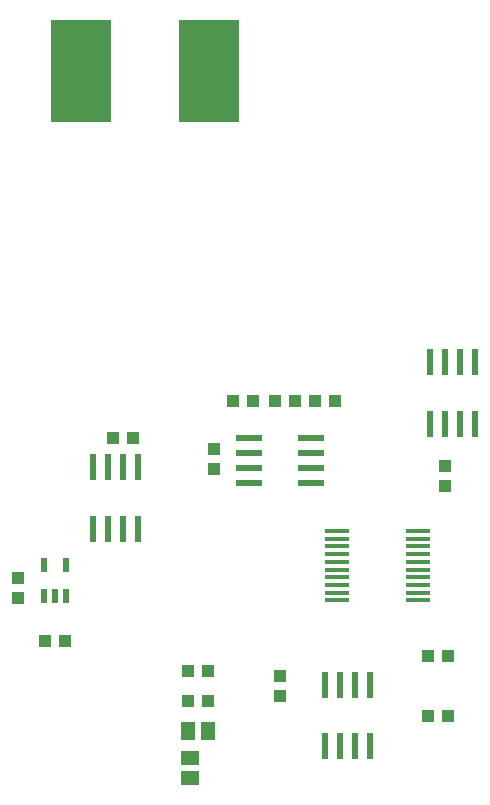
<source format=gtp>
G75*
%MOIN*%
%OFA0B0*%
%FSLAX25Y25*%
%IPPOS*%
%LPD*%
%AMOC8*
5,1,8,0,0,1.08239X$1,22.5*
%
%ADD10R,0.02165X0.04724*%
%ADD11R,0.08661X0.02362*%
%ADD12R,0.02362X0.08661*%
%ADD13R,0.03937X0.04331*%
%ADD14R,0.05906X0.05118*%
%ADD15R,0.05118X0.05906*%
%ADD16R,0.04331X0.03937*%
%ADD17R,0.08100X0.01700*%
%ADD18R,0.20500X0.34400*%
D10*
X0103060Y0091382D03*
X0106800Y0091382D03*
X0110540Y0091382D03*
X0110540Y0101618D03*
X0103060Y0101618D03*
D11*
X0171564Y0129000D03*
X0171564Y0134000D03*
X0171564Y0139000D03*
X0171564Y0144000D03*
X0192036Y0144000D03*
X0192036Y0139000D03*
X0192036Y0134000D03*
X0192036Y0129000D03*
D12*
X0231800Y0148764D03*
X0236800Y0148764D03*
X0241800Y0148764D03*
X0246800Y0148764D03*
X0246800Y0169236D03*
X0241800Y0169236D03*
X0236800Y0169236D03*
X0231800Y0169236D03*
X0211800Y0061736D03*
X0206800Y0061736D03*
X0201800Y0061736D03*
X0196800Y0061736D03*
X0196800Y0041264D03*
X0201800Y0041264D03*
X0206800Y0041264D03*
X0211800Y0041264D03*
X0134300Y0113764D03*
X0129300Y0113764D03*
X0124300Y0113764D03*
X0119300Y0113764D03*
X0119300Y0134236D03*
X0124300Y0134236D03*
X0129300Y0134236D03*
X0134300Y0134236D03*
D13*
X0094300Y0090654D03*
X0094300Y0097346D03*
X0103454Y0076500D03*
X0110146Y0076500D03*
X0159800Y0133654D03*
X0159800Y0140346D03*
X0165954Y0156500D03*
X0172646Y0156500D03*
X0179954Y0156500D03*
X0186646Y0156500D03*
X0193454Y0156500D03*
X0200146Y0156500D03*
D14*
X0151800Y0037346D03*
X0151800Y0030654D03*
D15*
X0150954Y0046500D03*
X0157646Y0046500D03*
D16*
X0157646Y0056500D03*
X0150954Y0056500D03*
X0150954Y0066500D03*
X0157646Y0066500D03*
X0181800Y0064846D03*
X0181800Y0058154D03*
X0230954Y0051500D03*
X0237646Y0051500D03*
X0237646Y0071500D03*
X0230954Y0071500D03*
X0236800Y0128154D03*
X0236800Y0134846D03*
X0132646Y0144000D03*
X0125954Y0144000D03*
D17*
X0200800Y0113000D03*
X0200800Y0110500D03*
X0200800Y0107900D03*
X0200800Y0105300D03*
X0200800Y0102800D03*
X0200800Y0100200D03*
X0200800Y0097700D03*
X0200800Y0095100D03*
X0200800Y0092500D03*
X0200800Y0090000D03*
X0227800Y0090000D03*
X0227800Y0092500D03*
X0227800Y0095100D03*
X0227800Y0097700D03*
X0227800Y0100200D03*
X0227800Y0102800D03*
X0227800Y0105300D03*
X0227800Y0107900D03*
X0227800Y0110500D03*
X0227800Y0113000D03*
D18*
X0158050Y0266500D03*
X0115550Y0266500D03*
M02*

</source>
